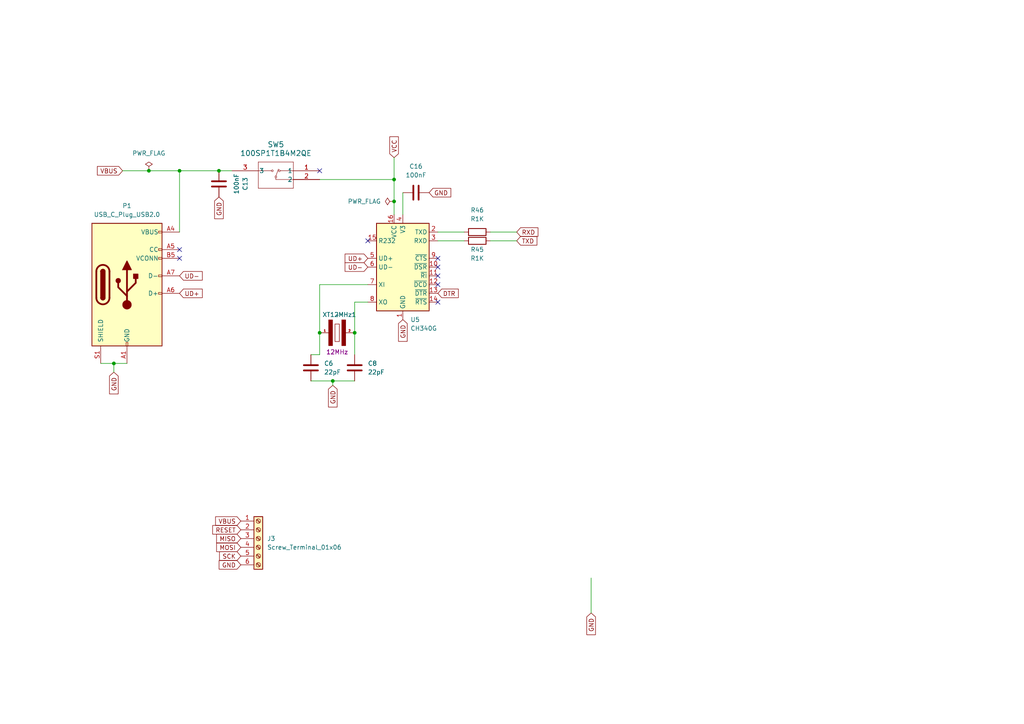
<source format=kicad_sch>
(kicad_sch (version 20231120) (generator "eeschema") (generator_version "8.0")
  (paper "A4")
  (lib_symbols
    (symbol "Connector:Screw_Terminal_01x06" (pin_names (offset 1.016) hide)
      (property "Reference" "J" (at 0 7.62 0))
      (property "Value" "Screw_Terminal_01x06" (at 0 -10.16 0))
      (symbol "Screw_Terminal_01x06_1_1"
        (rectangle (start -1.27 6.35) (end 1.27 -8.89) (stroke (width 0.254)) (fill (type background)))
        (circle (center 0 -7.62) (radius 0.635) (stroke (width 0.1524)))
        (circle (center 0 -5.08) (radius 0.635) (stroke (width 0.1524)))
        (circle (center 0 -2.54) (radius 0.635) (stroke (width 0.1524)))
        (polyline (pts (xy -0.5334 -7.2898) (xy 0.3302 -8.128)) (stroke (width 0.1524)))
        (polyline (pts (xy -0.5334 -4.7498) (xy 0.3302 -5.588)) (stroke (width 0.1524)))
        (polyline (pts (xy -0.5334 -2.2098) (xy 0.3302 -3.048)) (stroke (width 0.1524)))
        (polyline (pts (xy -0.5334 0.3302) (xy 0.3302 -0.508)) (stroke (width 0.1524)))
        (polyline (pts (xy -0.5334 2.8702) (xy 0.3302 2.032)) (stroke (width 0.1524)))
        (polyline (pts (xy -0.5334 5.4102) (xy 0.3302 4.572)) (stroke (width 0.1524)))
        (polyline (pts (xy -0.3556 -7.112) (xy 0.508 -7.9502)) (stroke (width 0.1524)))
        (polyline (pts (xy -0.3556 -4.572) (xy 0.508 -5.4102)) (stroke (width 0.1524)))
        (polyline (pts (xy -0.3556 -2.032) (xy 0.508 -2.8702)) (stroke (width 0.1524)))
        (polyline (pts (xy -0.3556 0.508) (xy 0.508 -0.3302)) (stroke (width 0.1524)))
        (polyline (pts (xy -0.3556 3.048) (xy 0.508 2.2098)) (stroke (width 0.1524)))
        (polyline (pts (xy -0.3556 5.588) (xy 0.508 4.7498)) (stroke (width 0.1524)))
        (circle (center 0 0) (radius 0.635) (stroke (width 0.1524)))
        (circle (center 0 2.54) (radius 0.635) (stroke (width 0.1524)))
        (circle (center 0 5.08) (radius 0.635) (stroke (width 0.1524)))
        (pin passive line (at -5.08 5.08 0) (length 3.81) (name "Pin_1") (number "1"))
        (pin passive line (at -5.08 2.54 0) (length 3.81) (name "Pin_2") (number "2"))
        (pin passive line (at -5.08 0 0) (length 3.81) (name "Pin_3") (number "3"))
        (pin passive line (at -5.08 -2.54 0) (length 3.81) (name "Pin_4") (number "4"))
        (pin passive line (at -5.08 -5.08 0) (length 3.81) (name "Pin_5") (number "5"))
        (pin passive line (at -5.08 -7.62 0) (length 3.81) (name "Pin_6") (number "6"))
      )
    )
    (symbol "Connector:USB_C_Plug_USB2.0" (pin_names (offset 1.016))
      (property "Reference" "P" (at -10.16 19.05 0))
      (property "Value" "USB_C_Plug_USB2.0" (at 12.7 19.05 0))
      (symbol "USB_C_Plug_USB2.0_0_0"
        (rectangle (start -0.254 -17.78) (end 0.254 -16.764))
        (rectangle (start 10.16 -2.286) (end 9.144 -2.794))
        (rectangle (start 10.16 2.794) (end 9.144 2.286))
        (rectangle (start 10.16 7.874) (end 9.144 7.366))
        (rectangle (start 10.16 10.414) (end 9.144 9.906))
        (rectangle (start 10.16 15.494) (end 9.144 14.986))
      )
      (symbol "USB_C_Plug_USB2.0_0_1"
        (rectangle (start -10.16 17.78) (end 10.16 -17.78) (stroke (width 0.254)) (fill (type background)))
        (arc (start -8.89 -3.81) (mid -6.985 -5.7067) (end -5.08 -3.81) (stroke (width 0.508)))
        (arc (start -7.62 -3.81) (mid -6.985 -4.4423) (end -6.35 -3.81) (stroke (width 0.254)))
        (arc (start -7.62 -3.81) (mid -6.985 -4.4423) (end -6.35 -3.81) (stroke (width 0.254)) (fill (type outline)))
        (rectangle (start -7.62 -3.81) (end -6.35 3.81) (stroke (width 0.254)) (fill (type outline)))
        (arc (start -6.35 3.81) (mid -6.985 4.4423) (end -7.62 3.81) (stroke (width 0.254)))
        (arc (start -6.35 3.81) (mid -6.985 4.4423) (end -7.62 3.81) (stroke (width 0.254)) (fill (type outline)))
        (arc (start -5.08 3.81) (mid -6.985 5.7067) (end -8.89 3.81) (stroke (width 0.508)))
        (circle (center -2.54 1.143) (radius 0.635) (stroke (width 0.254)) (fill (type outline)))
        (circle (center 0 -5.842) (radius 1.27) (fill (type outline)))
        (polyline (pts (xy -8.89 -3.81) (xy -8.89 3.81)) (stroke (width 0.508)))
        (polyline (pts (xy -5.08 3.81) (xy -5.08 -3.81)) (stroke (width 0.508)))
        (polyline (pts (xy 0 -5.842) (xy 0 4.318)) (stroke (width 0.508)))
        (polyline (pts (xy 0 -3.302) (xy -2.54 -0.762) (xy -2.54 0.508)) (stroke (width 0.508)))
        (polyline (pts (xy 0 -2.032) (xy 2.54 0.508) (xy 2.54 1.778)) (stroke (width 0.508)))
        (polyline (pts (xy -1.27 4.318) (xy 0 6.858) (xy 1.27 4.318) (xy -1.27 4.318)) (stroke (width 0.254)) (fill (type outline)))
        (rectangle (start 1.905 1.778) (end 3.175 3.048) (stroke (width 0.254)) (fill (type outline)))
      )
      (symbol "USB_C_Plug_USB2.0_1_1"
        (pin passive line (at 0 -22.86 90) (length 5.08) (name "GND") (number "A1"))
        (pin passive line (at 0 -22.86 90) (length 5.08) hide (name "GND") (number "A12"))
        (pin passive line (at 15.24 15.24 180) (length 5.08) (name "VBUS") (number "A4"))
        (pin bidirectional line (at 15.24 10.16 180) (length 5.08) (name "CC") (number "A5"))
        (pin bidirectional line (at 15.24 -2.54 180) (length 5.08) (name "D+") (number "A6"))
        (pin bidirectional line (at 15.24 2.54 180) (length 5.08) (name "D-") (number "A7"))
        (pin passive line (at 15.24 15.24 180) (length 5.08) hide (name "VBUS") (number "A9"))
        (pin passive line (at 0 -22.86 90) (length 5.08) hide (name "GND") (number "B1"))
        (pin passive line (at 0 -22.86 90) (length 5.08) hide (name "GND") (number "B12"))
        (pin passive line (at 15.24 15.24 180) (length 5.08) hide (name "VBUS") (number "B4"))
        (pin bidirectional line (at 15.24 7.62 180) (length 5.08) (name "VCONN") (number "B5"))
        (pin passive line (at 15.24 15.24 180) (length 5.08) hide (name "VBUS") (number "B9"))
        (pin passive line (at -7.62 -22.86 90) (length 5.08) (name "SHIELD") (number "S1"))
      )
    )
    (symbol "Device:C" (pin_numbers hide) (pin_names (offset 0.254))
      (property "Reference" "C" (at 0.635 2.54 0))
      (property "Value" "C" (at 0.635 -2.54 0))
      (symbol "C_0_1"
        (polyline (pts (xy -2.032 -0.762) (xy 2.032 -0.762)) (stroke (width 0.508)))
        (polyline (pts (xy -2.032 0.762) (xy 2.032 0.762)) (stroke (width 0.508)))
      )
      (symbol "C_1_1"
        (pin passive line (at 0 3.81 270) (length 2.794) (name "~") (number "1"))
        (pin passive line (at 0 -3.81 90) (length 2.794) (name "~") (number "2"))
      )
    )
    (symbol "Device:R" (pin_numbers hide) (pin_names (offset 0))
      (property "Reference" "R" (at 2.032 0 90))
      (property "Value" "R" (at 0 0 90))
      (symbol "R_0_1"
        (rectangle (start -1.016 -2.54) (end 1.016 2.54) (stroke (width 0.254)))
      )
      (symbol "R_1_1"
        (pin passive line (at 0 3.81 270) (length 1.27) (name "~") (number "1"))
        (pin passive line (at 0 -3.81 90) (length 1.27) (name "~") (number "2"))
      )
    )
    (symbol "Interface_USB:CH340G"
      (property "Reference" "U" (at -5.08 13.97 0))
      (property "Value" "CH340G" (at 1.27 13.97 0))
      (symbol "CH340G_0_1"
        (rectangle (start -7.62 12.7) (end 7.62 -12.7) (stroke (width 0.254)) (fill (type background)))
      )
      (symbol "CH340G_1_1"
        (pin power_in line (at 0 -15.24 90) (length 2.54) (name "GND") (number "1"))
        (pin input line (at 10.16 0 180) (length 2.54) (name "~{DSR}") (number "10"))
        (pin input line (at 10.16 -2.54 180) (length 2.54) (name "~{RI}") (number "11"))
        (pin input line (at 10.16 -5.08 180) (length 2.54) (name "~{DCD}") (number "12"))
        (pin output line (at 10.16 -7.62 180) (length 2.54) (name "~{DTR}") (number "13"))
        (pin output line (at 10.16 -10.16 180) (length 2.54) (name "~{RTS}") (number "14"))
        (pin input line (at -10.16 7.62 0) (length 2.54) (name "R232") (number "15"))
        (pin power_in line (at -2.54 15.24 270) (length 2.54) (name "VCC") (number "16"))
        (pin output line (at 10.16 10.16 180) (length 2.54) (name "TXD") (number "2"))
        (pin input line (at 10.16 7.62 180) (length 2.54) (name "RXD") (number "3"))
        (pin power_out line (at 0 15.24 270) (length 2.54) (name "V3") (number "4"))
        (pin bidirectional line (at -10.16 2.54 0) (length 2.54) (name "UD+") (number "5"))
        (pin bidirectional line (at -10.16 0 0) (length 2.54) (name "UD-") (number "6"))
        (pin input line (at -10.16 -5.08 0) (length 2.54) (name "XI") (number "7"))
        (pin output line (at -10.16 -10.16 0) (length 2.54) (name "XO") (number "8"))
        (pin input line (at 10.16 2.54 180) (length 2.54) (name "~{CTS}") (number "9"))
      )
    )
    (symbol "PCM_Nuova-Elettronica-XTALS:XTAL" (pin_names hide)
      (property "Reference" "XTAL" (at 0.625 5.25 0))
      (symbol "XTAL_0_1"
        (rectangle (start -0.635 2.54) (end 0.635 -2.54))
      )
      (symbol "XTAL_1_1"
        (rectangle (start -2.54 3.81) (end -1.27 -3.81) (stroke (width -0.0001)) (fill (type outline)))
        (rectangle (start 1.27 3.81) (end 2.54 -3.81) (stroke (width -0.0001)) (fill (type outline)))
        (pin passive line (at -5.08 0 0) (length 3) (name "~") (number "1"))
        (pin passive line (at 5.08 0 180) (length 3) (name "~") (number "2"))
      )
    )
    (symbol "SF_Library:100SP1T1B4M2QE" (pin_names (offset 0.254))
      (property "Reference" "SW" (at 12.7 7.62 0))
      (property "Value" "100SP1T1B4M2QE" (at 12.7 5.08 0))
      (symbol "100SP1T1B4M2QE_0_1"
        (polyline (pts (xy 7.62 -5.08) (xy 17.78 -5.08)) (stroke (width 0.127)))
        (polyline (pts (xy 7.62 0) (xy 11.43 0)) (stroke (width 0.127)))
        (polyline (pts (xy 7.62 2.54) (xy 7.62 -5.08)) (stroke (width 0.127)))
        (polyline (pts (xy 12.7 -2.032) (xy 12.7 -2.54)) (stroke (width 0.127)))
        (polyline (pts (xy 12.7 -1.524) (xy 13.462 0.508)) (stroke (width 0.127)))
        (polyline (pts (xy 17.78 -5.08) (xy 17.78 2.54)) (stroke (width 0.127)))
        (polyline (pts (xy 17.78 -2.54) (xy 12.7 -2.54)) (stroke (width 0.127)))
        (polyline (pts (xy 17.78 0) (xy 13.97 0)) (stroke (width 0.127)))
        (polyline (pts (xy 17.78 2.54) (xy 7.62 2.54)) (stroke (width 0.127)))
        (circle (center 11.684 0) (radius 0.254) (stroke (width 0.127)))
        (circle (center 12.7 -1.778) (radius 0.254) (stroke (width 0.127)))
        (circle (center 13.716 0) (radius 0.254) (stroke (width 0.127)))
        (pin unspecified line (at 25.4 0 180) (length 7.62) (name "1") (number "1"))
        (pin unspecified line (at 25.4 -2.54 180) (length 7.62) (name "2") (number "2"))
        (pin unspecified line (at 0 0 0) (length 7.62) (name "3") (number "3"))
      )
    )
    (symbol "power:PWR_FLAG" (power) (pin_numbers hide) (pin_names (offset 0) hide)
      (property "Value" "PWR_FLAG" (at 0 3.81 0))
      (symbol "PWR_FLAG_0_0"
        (pin power_out line (at 0 0 90) (length 0) (name "~") (number "1"))
      )
      (symbol "PWR_FLAG_0_1"
        (polyline (pts (xy 0 0) (xy 0 1.27) (xy -1.016 1.905) (xy 0 2.54) (xy 1.016 1.905) (xy 0 1.27)))
      )
    )
  )
  (junction (at 96.52 110.49))
  (junction (at 102.87 96.52))
  (junction (at 52.07 49.53))
  (junction (at 63.5 49.53))
  (junction (at 114.3 58.42))
  (junction (at 43.18 49.53))
  (junction (at 114.3 52.07))
  (junction (at 92.71 96.52))
  (junction (at 33.02 105.41))
  (no_connect (at 52.07 72.39))
  (no_connect (at 127 82.55))
  (no_connect (at 127 77.47))
  (no_connect (at 127 87.63))
  (no_connect (at 52.07 74.93))
  (no_connect (at 127 80.01))
  (no_connect (at 106.68 69.85))
  (no_connect (at 127 74.93))
  (no_connect (at 92.71 49.53))
  (wire (pts (xy 33.02 105.41) (xy 36.83 105.41)))
  (wire (pts (xy 33.02 107.95) (xy 33.02 105.41)))
  (wire (pts (xy 43.18 49.53) (xy 35.56 49.53)))
  (wire (pts (xy 96.52 110.49) (xy 102.87 110.49)))
  (wire (pts (xy 142.24 69.85) (xy 149.86 69.85)))
  (wire (pts (xy 114.3 52.07) (xy 92.71 52.07)))
  (wire (pts (xy 106.68 82.55) (xy 92.71 82.55)))
  (wire (pts (xy 114.3 45.72) (xy 114.3 52.07)))
  (wire (pts (xy 52.07 67.31) (xy 52.07 49.53)))
  (wire (pts (xy 92.71 102.87) (xy 90.17 102.87)))
  (wire (pts (xy 63.5 49.53) (xy 67.31 49.53)))
  (wire (pts (xy 127 69.85) (xy 134.62 69.85)))
  (wire (pts (xy 52.07 49.53) (xy 43.18 49.53)))
  (wire (pts (xy 171.45 177.8) (xy 171.45 167.64)))
  (wire (pts (xy 114.3 58.42) (xy 114.3 52.07)))
  (wire (pts (xy 92.71 82.55) (xy 92.71 96.52)))
  (wire (pts (xy 102.87 96.52) (xy 102.87 87.63)))
  (wire (pts (xy 114.3 62.23) (xy 114.3 58.42)))
  (wire (pts (xy 127 67.31) (xy 134.62 67.31)))
  (wire (pts (xy 142.24 67.31) (xy 149.86 67.31)))
  (wire (pts (xy 116.84 55.88) (xy 116.84 62.23)))
  (wire (pts (xy 102.87 87.63) (xy 106.68 87.63)))
  (wire (pts (xy 90.17 110.49) (xy 96.52 110.49)))
  (wire (pts (xy 102.87 96.52) (xy 102.87 102.87)))
  (wire (pts (xy 96.52 111.76) (xy 96.52 110.49)))
  (wire (pts (xy 29.21 105.41) (xy 33.02 105.41)))
  (wire (pts (xy 52.07 49.53) (xy 63.5 49.53)))
  (wire (pts (xy 92.71 96.52) (xy 92.71 102.87)))
  (global_label "TXD" (shape input) (at 149.86 69.85 0) (property "Intersheetrefs" "${INTERSHEET_REFS}" (effects (hide yes))))
  (global_label "UD+" (shape input) (at 106.68 74.93 180) (property "Intersheetrefs" "${INTERSHEET_REFS}" (effects (hide yes))))
  (global_label "GND" (shape input) (at 63.5 57.15 270) (property "Intersheetrefs" "${INTERSHEET_REFS}" (effects (hide yes))))
  (global_label "UD+" (shape input) (at 52.07 85.09 0) (property "Intersheetrefs" "${INTERSHEET_REFS}" (effects (hide yes))))
  (global_label "DTR" (shape input) (at 127 85.09 0) (property "Intersheetrefs" "${INTERSHEET_REFS}" (effects (hide yes))))
  (global_label "GND" (shape input) (at 33.02 107.95 270) (property "Intersheetrefs" "${INTERSHEET_REFS}" (effects (hide yes))))
  (global_label "GND" (shape input) (at 124.46 55.88 0) (property "Intersheetrefs" "${INTERSHEET_REFS}" (effects (hide yes))))
  (global_label "UD-" (shape input) (at 52.07 80.01 0) (property "Intersheetrefs" "${INTERSHEET_REFS}" (effects (hide yes))))
  (global_label "MISO" (shape input) (at 69.85 156.21 180) (property "Intersheetrefs" "${INTERSHEET_REFS}" (effects (hide yes))))
  (global_label "VBUS" (shape input) (at 35.56 49.53 180) (property "Intersheetrefs" "${INTERSHEET_REFS}" (effects (hide yes))))
  (global_label "RXD" (shape input) (at 149.86 67.31 0) (property "Intersheetrefs" "${INTERSHEET_REFS}" (effects (hide yes))))
  (global_label "SCK" (shape input) (at 69.85 161.29 180) (property "Intersheetrefs" "${INTERSHEET_REFS}" (effects (hide yes))))
  (global_label "GND" (shape input) (at 69.85 163.83 180) (property "Intersheetrefs" "${INTERSHEET_REFS}" (effects (hide yes))))
  (global_label "VBUS" (shape input) (at 69.85 151.13 180) (property "Intersheetrefs" "${INTERSHEET_REFS}" (effects (hide yes))))
  (global_label "RESET" (shape input) (at 69.85 153.67 180) (property "Intersheetrefs" "${INTERSHEET_REFS}" (effects (hide yes))))
  (global_label "MOSI" (shape input) (at 69.85 158.75 180) (property "Intersheetrefs" "${INTERSHEET_REFS}" (effects (hide yes))))
  (global_label "GND" (shape input) (at 96.52 111.76 270) (property "Intersheetrefs" "${INTERSHEET_REFS}" (effects (hide yes))))
  (global_label "VCC" (shape input) (at 114.3 45.72 90) (property "Intersheetrefs" "${INTERSHEET_REFS}" (effects (hide yes))))
  (global_label "GND" (shape input) (at 171.45 177.8 270) (property "Intersheetrefs" "${INTERSHEET_REFS}" (effects (hide yes))))
  (global_label "UD-" (shape input) (at 106.68 77.47 180) (property "Intersheetrefs" "${INTERSHEET_REFS}" (effects (hide yes))))
  (global_label "GND" (shape input) (at 116.84 92.71 270) (property "Intersheetrefs" "${INTERSHEET_REFS}" (effects (hide yes))))
  (symbol (lib_id "Connector:USB_C_Plug_USB2.0") (at 36.83 82.55 0) (unit 1)
    (property "Reference" "P1" (at 36.83 59.69 0))
    (property "Value" "USB_C_Plug_USB2.0" (at 36.83 62.23 0))
    (property "Footprint" "Connector_USB:USB_C_Receptacle_GCT_USB4105-xx-A_16P_TopMnt_Horizontal" (effects (hide yes)))
    (property "Datasheet" "https://www.usb.org/sites/default/files/documents/usb_type-c.zip" (effects (hide yes)))
    (property "Description" "USB 2.0-only Type-C Plug connector" (effects (hide yes)))
  )
  (symbol (lib_id "Device:C") (at 63.5 53.34 0) (unit 1)
    (property "Reference" "C13" (at 71.12 53.34 90))
    (property "Value" "100nF" (at 68.58 53.34 90))
    (property "Footprint" "Capacitor_SMD:C_1206_3216Metric_Pad1.33x1.80mm_HandSolder" (effects (hide yes)))
    (property "Description" "Unpolarized capacitor" (effects (hide yes)))
  )
  (symbol (lib_id "Device:C") (at 120.65 55.88 90) (unit 1)
    (property "Reference" "C16" (at 120.65 48.26 90))
    (property "Value" "100nF" (at 120.65 50.8 90))
    (property "Footprint" "Capacitor_SMD:C_1206_3216Metric_Pad1.33x1.80mm_HandSolder" (effects (hide yes)))
    (property "Description" "Unpolarized capacitor" (effects (hide yes)))
  )
  (symbol (lib_id "power:PWR_FLAG") (at 114.3 58.42 90) (unit 1)
    (property "Reference" "#FLG04" (effects (hide yes)))
    (property "Value" "PWR_FLAG" (at 110.49 58.4199 90) (effects (justify left)))
    (property "Description" "Special symbol for telling ERC where power comes from" (effects (hide yes)))
  )
  (symbol (lib_id "SF_Library:100SP1T1B4M2QE") (at 67.31 49.53 0) (unit 1)
    (property "Reference" "SW5" (at 80.01 41.91 0) (effects (font (size 1.524 1.524))))
    (property "Value" "100SP1T1B4M2QE" (at 80.01 44.45 0) (effects (font (size 1.524 1.524))))
    (property "Footprint" "SFLibrary:100SP1T1_EWI" (effects (hide yes)))
    (property "Datasheet" "100SP1T1B4M2QE" (effects (hide yes)))
  )
  (symbol (lib_id "Interface_USB:CH340G") (at 116.84 77.47 0) (unit 1)
    (property "Reference" "U5" (at 119.0341 92.71 0) (effects (justify left)))
    (property "Value" "CH340G" (at 119.0341 95.25 0) (effects (justify left)))
    (property "Footprint" "Package_SO:SOIC-16_3.9x9.9mm_P1.27mm" (effects (hide yes)))
    (property "Datasheet" "http://www.datasheet5.com/pdf-local-2195953" (effects (hide yes)))
    (property "Description" "USB serial converter, UART, SOIC-16" (effects (hide yes)))
  )
  (symbol (lib_id "Device:C") (at 102.87 106.68 180) (unit 1)
    (property "Reference" "C8" (at 106.68 105.4099 0) (effects (justify right)))
    (property "Value" "22pF" (at 106.68 107.9499 0) (effects (justify right)))
    (property "Footprint" "Capacitor_SMD:C_1206_3216Metric_Pad1.33x1.80mm_HandSolder" (effects (hide yes)))
    (property "Description" "Unpolarized capacitor" (effects (hide yes)))
  )
  (symbol (lib_id "Connector:Screw_Terminal_01x06") (at 74.93 156.21 0) (unit 1)
    (property "Reference" "J3" (at 77.47 156.2099 0) (effects (justify left)))
    (property "Value" "Screw_Terminal_01x06" (at 77.47 158.7499 0) (effects (justify left)))
    (property "Footprint" "TerminalBlock_MetzConnect:TerminalBlock_MetzConnect_Type059_RT06306HBWC_1x06_P3.50mm_Horizontal" (effects (hide yes)))
    (property "Description" "Generic screw terminal, single row, 01x06, script generated (kicad-library-utils/schlib/autogen/connector/)" (effects (hide yes)))
  )
  (symbol (lib_id "Device:R") (at 138.43 69.85 270) (unit 1)
    (property "Reference" "R45" (at 138.43 72.39 90))
    (property "Value" "R1K" (at 138.43 74.93 90))
    (property "Footprint" "Resistor_SMD:R_1206_3216Metric_Pad1.30x1.75mm_HandSolder" (effects (hide yes)))
    (property "Description" "Resistor" (effects (hide yes)))
  )
  (symbol (lib_id "Device:R") (at 138.43 67.31 270) (unit 1)
    (property "Reference" "R46" (at 138.43 60.96 90))
    (property "Value" "R1K" (at 138.43 63.5 90))
    (property "Footprint" "Resistor_SMD:R_1206_3216Metric_Pad1.30x1.75mm_HandSolder" (effects (hide yes)))
    (property "Description" "Resistor" (effects (hide yes)))
  )
  (symbol (lib_id "power:PWR_FLAG") (at 43.18 49.53 0) (unit 1)
    (property "Reference" "#FLG01" (effects (hide yes)))
    (property "Value" "PWR_FLAG" (at 43.18 44.45 0))
    (property "Description" "Special symbol for telling ERC where power comes from" (effects (hide yes)))
  )
  (symbol (lib_id "PCM_Nuova-Elettronica-XTALS:XTAL") (at 97.79 96.52 0) (unit 1)
    (property "Reference" "XT12MHz1" (at 98.415 91.27 0))
    (property "Value" "~" (at 97.79 91.44 0))
    (property "Footprint" "Crystal:Crystal_SMD_EuroQuartz_MJ-4Pin_5.0x3.2mm_HandSoldering" (effects (hide yes)))
    (property "Description" "12MHz" (at 97.79 102.108 0))
  )
  (symbol (lib_id "Device:C") (at 90.17 106.68 180) (unit 1)
    (property "Reference" "C6" (at 93.98 105.4099 0) (effects (justify right)))
    (property "Value" "22pF" (at 93.98 107.9499 0) (effects (justify right)))
    (property "Footprint" "Capacitor_SMD:C_1206_3216Metric_Pad1.33x1.80mm_HandSolder" (effects (hide yes)))
    (property "Description" "Unpolarized capacitor" (effects (hide yes)))
  )
)
</source>
